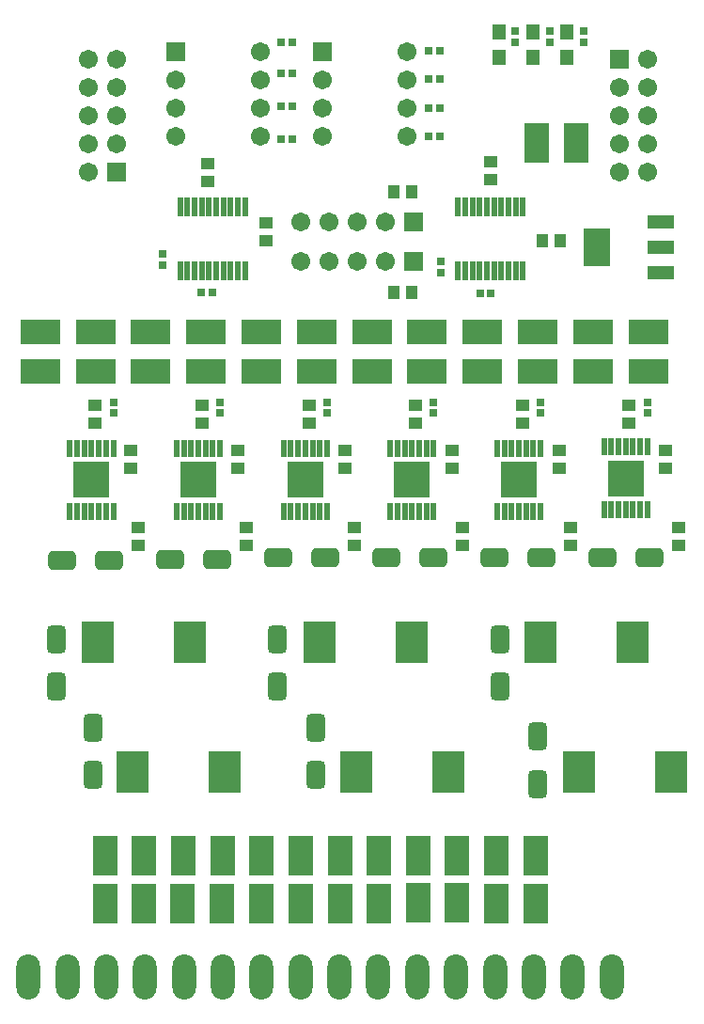
<source format=gts>
G04*
G04 #@! TF.GenerationSoftware,Altium Limited,Altium Designer,20.0.13 (296)*
G04*
G04 Layer_Color=8388736*
%FSLAX44Y44*%
%MOMM*%
G71*
G01*
G75*
%ADD32R,1.2032X1.0032*%
%ADD33R,0.8032X0.7032*%
%ADD34R,3.3020X3.2004*%
%ADD35R,0.5588X1.6256*%
G04:AMPARAMS|DCode=36|XSize=2.5332mm|YSize=1.7532mm|CornerRadius=0.4891mm|HoleSize=0mm|Usage=FLASHONLY|Rotation=180.000|XOffset=0mm|YOffset=0mm|HoleType=Round|Shape=RoundedRectangle|*
%AMROUNDEDRECTD36*
21,1,2.5332,0.7750,0,0,180.0*
21,1,1.5550,1.7532,0,0,180.0*
1,1,0.9782,-0.7775,0.3875*
1,1,0.9782,0.7775,0.3875*
1,1,0.9782,0.7775,-0.3875*
1,1,0.9782,-0.7775,-0.3875*
%
%ADD36ROUNDEDRECTD36*%
%ADD37R,3.6200X2.2700*%
%ADD38R,0.7032X0.8032*%
%ADD39R,1.0032X1.2032*%
%ADD40R,0.6132X1.7632*%
%ADD41R,1.2200X1.3700*%
%ADD42R,2.2700X3.6200*%
%ADD43R,2.3532X3.4532*%
%ADD44R,2.3532X1.1532*%
G04:AMPARAMS|DCode=45|XSize=2.5332mm|YSize=1.7532mm|CornerRadius=0.4891mm|HoleSize=0mm|Usage=FLASHONLY|Rotation=270.000|XOffset=0mm|YOffset=0mm|HoleType=Round|Shape=RoundedRectangle|*
%AMROUNDEDRECTD45*
21,1,2.5332,0.7750,0,0,270.0*
21,1,1.5550,1.7532,0,0,270.0*
1,1,0.9782,-0.3875,-0.7775*
1,1,0.9782,-0.3875,0.7775*
1,1,0.9782,0.3875,0.7775*
1,1,0.9782,0.3875,-0.7775*
%
%ADD45ROUNDEDRECTD45*%
%ADD46R,2.9032X3.8032*%
%ADD47C,1.7032*%
%ADD48R,1.7032X1.7032*%
%ADD49R,1.7032X1.7032*%
%ADD50O,2.1336X4.0640*%
D32*
X190250Y812250D02*
D03*
Y796250D02*
D03*
X127750Y484750D02*
D03*
Y468750D02*
D03*
X570250Y595000D02*
D03*
Y579000D02*
D03*
X603250Y538500D02*
D03*
Y554500D02*
D03*
X614750Y484750D02*
D03*
Y468750D02*
D03*
X121500Y538500D02*
D03*
Y554500D02*
D03*
X89250Y595000D02*
D03*
Y579000D02*
D03*
X445750Y814500D02*
D03*
Y798500D02*
D03*
X217850Y554500D02*
D03*
Y538500D02*
D03*
X314200Y554500D02*
D03*
Y538500D02*
D03*
X410550Y554500D02*
D03*
Y538500D02*
D03*
X506900Y554500D02*
D03*
Y538500D02*
D03*
X185450Y579000D02*
D03*
Y595000D02*
D03*
X281650Y579000D02*
D03*
Y595000D02*
D03*
X377850Y579000D02*
D03*
Y595000D02*
D03*
X474050Y579000D02*
D03*
Y595000D02*
D03*
X225150Y468750D02*
D03*
Y484750D02*
D03*
X322550Y468750D02*
D03*
Y484750D02*
D03*
X419950Y468750D02*
D03*
Y484750D02*
D03*
X517350Y468750D02*
D03*
Y484750D02*
D03*
X243500Y743250D02*
D03*
Y759250D02*
D03*
D33*
X586500Y598000D02*
D03*
Y588000D02*
D03*
X105500Y598000D02*
D03*
Y588000D02*
D03*
X150250Y731000D02*
D03*
Y721000D02*
D03*
X529250Y922100D02*
D03*
Y932100D02*
D03*
X498549Y922100D02*
D03*
Y932100D02*
D03*
X467848Y922100D02*
D03*
Y932100D02*
D03*
X400500Y724500D02*
D03*
Y714500D02*
D03*
X201700Y588000D02*
D03*
Y598000D02*
D03*
X297900Y588000D02*
D03*
Y598000D02*
D03*
X394100Y588000D02*
D03*
Y598000D02*
D03*
X490300Y588000D02*
D03*
Y598000D02*
D03*
D34*
X567058Y529198D02*
D03*
X85942Y527948D02*
D03*
X182165D02*
D03*
X278388D02*
D03*
X374612D02*
D03*
X470835D02*
D03*
D35*
X547500Y557646D02*
D03*
X554104D02*
D03*
X560454D02*
D03*
X567058D02*
D03*
X573662D02*
D03*
X580012D02*
D03*
X586616D02*
D03*
Y500750D02*
D03*
X580012D02*
D03*
X573662D02*
D03*
X567058D02*
D03*
X560454D02*
D03*
X554104D02*
D03*
X547500D02*
D03*
X66384Y556396D02*
D03*
X72988D02*
D03*
X79338D02*
D03*
X85942D02*
D03*
X92546D02*
D03*
X98896D02*
D03*
X105500D02*
D03*
Y499500D02*
D03*
X98896D02*
D03*
X92546D02*
D03*
X85942D02*
D03*
X79338D02*
D03*
X72988D02*
D03*
X66384D02*
D03*
X162607D02*
D03*
X169211D02*
D03*
X175561D02*
D03*
X182165D02*
D03*
X188769D02*
D03*
X195119D02*
D03*
X201723D02*
D03*
Y556396D02*
D03*
X195119D02*
D03*
X188769D02*
D03*
X182165D02*
D03*
X175561D02*
D03*
X169211D02*
D03*
X162607D02*
D03*
X258830Y499500D02*
D03*
X265434D02*
D03*
X271784D02*
D03*
X278388D02*
D03*
X284992D02*
D03*
X291342D02*
D03*
X297946D02*
D03*
Y556396D02*
D03*
X291342D02*
D03*
X284992D02*
D03*
X278388D02*
D03*
X271784D02*
D03*
X265434D02*
D03*
X258830D02*
D03*
X355053Y499500D02*
D03*
X361657D02*
D03*
X368008D02*
D03*
X374612D02*
D03*
X381216D02*
D03*
X387565D02*
D03*
X394170D02*
D03*
Y556396D02*
D03*
X387565D02*
D03*
X381216D02*
D03*
X374612D02*
D03*
X368008D02*
D03*
X361657D02*
D03*
X355053D02*
D03*
X451277Y499500D02*
D03*
X457881D02*
D03*
X464231D02*
D03*
X470835D02*
D03*
X477439D02*
D03*
X483789D02*
D03*
X490393D02*
D03*
Y556396D02*
D03*
X483789D02*
D03*
X477439D02*
D03*
X470835D02*
D03*
X464231D02*
D03*
X457881D02*
D03*
X451277D02*
D03*
D36*
X545900Y457750D02*
D03*
X588600D02*
D03*
X59400Y455500D02*
D03*
X102100D02*
D03*
X199400Y456250D02*
D03*
X156700D02*
D03*
X296700Y457750D02*
D03*
X254000D02*
D03*
X394000D02*
D03*
X351300D02*
D03*
X491300D02*
D03*
X448600D02*
D03*
D37*
X39750Y660750D02*
D03*
Y625750D02*
D03*
X587250Y660750D02*
D03*
Y625750D02*
D03*
X487705D02*
D03*
Y660750D02*
D03*
X338386Y625750D02*
D03*
Y660750D02*
D03*
X238841Y625750D02*
D03*
Y660750D02*
D03*
X139296Y625750D02*
D03*
Y660750D02*
D03*
X537477Y625750D02*
D03*
Y660750D02*
D03*
X437932Y625750D02*
D03*
Y660750D02*
D03*
X388159Y625750D02*
D03*
Y660750D02*
D03*
X288614Y625750D02*
D03*
Y660750D02*
D03*
X189068Y625750D02*
D03*
Y660750D02*
D03*
X89523Y625750D02*
D03*
Y660750D02*
D03*
D38*
X445750Y695750D02*
D03*
X435750D02*
D03*
X194750Y696750D02*
D03*
X184750D02*
D03*
X389750Y914500D02*
D03*
X399750D02*
D03*
X389750Y888750D02*
D03*
X399750D02*
D03*
X389750Y863000D02*
D03*
X399750D02*
D03*
X389750Y837250D02*
D03*
X399750D02*
D03*
X257000Y834500D02*
D03*
X267000D02*
D03*
X257000Y864000D02*
D03*
X267000D02*
D03*
X257000Y894250D02*
D03*
X267000D02*
D03*
X257000Y922250D02*
D03*
X267000D02*
D03*
D39*
X374000Y696500D02*
D03*
X358000D02*
D03*
Y787250D02*
D03*
X374000D02*
D03*
X492000Y743500D02*
D03*
X508000D02*
D03*
D40*
X165750Y774050D02*
D03*
X172250D02*
D03*
X178750D02*
D03*
X185250D02*
D03*
X191750D02*
D03*
X198250D02*
D03*
X204750D02*
D03*
X211250D02*
D03*
X217750D02*
D03*
X224250D02*
D03*
Y716450D02*
D03*
X217750D02*
D03*
X211250D02*
D03*
X204750D02*
D03*
X198250D02*
D03*
X191750D02*
D03*
X185250D02*
D03*
X178750D02*
D03*
X172250D02*
D03*
X165750D02*
D03*
X416000Y774050D02*
D03*
X422500D02*
D03*
X429000D02*
D03*
X435500D02*
D03*
X442000D02*
D03*
X448500D02*
D03*
X455000D02*
D03*
X461500D02*
D03*
X468000D02*
D03*
X474500D02*
D03*
Y716450D02*
D03*
X468000D02*
D03*
X461500D02*
D03*
X455000D02*
D03*
X448500D02*
D03*
X442000D02*
D03*
X435500D02*
D03*
X429000D02*
D03*
X422500D02*
D03*
X416000D02*
D03*
D41*
X514152Y908250D02*
D03*
Y931250D02*
D03*
X483451Y908250D02*
D03*
Y931250D02*
D03*
X452750Y908250D02*
D03*
Y931250D02*
D03*
D42*
X487250Y831250D02*
D03*
X522250D02*
D03*
X450750Y189250D02*
D03*
X485750D02*
D03*
X450750Y146750D02*
D03*
X485750D02*
D03*
X98250D02*
D03*
X133250D02*
D03*
X98250Y189250D02*
D03*
X133250D02*
D03*
X168000Y146750D02*
D03*
X203000D02*
D03*
X168750Y189250D02*
D03*
X203750D02*
D03*
X239250Y146750D02*
D03*
X274250D02*
D03*
X239250Y189250D02*
D03*
X274250D02*
D03*
X309750Y146750D02*
D03*
X344750D02*
D03*
X309750Y189250D02*
D03*
X344750D02*
D03*
X380250Y147000D02*
D03*
X415250D02*
D03*
X380250Y189250D02*
D03*
X415250D02*
D03*
D43*
X541000Y737250D02*
D03*
D44*
X599000Y760250D02*
D03*
Y737250D02*
D03*
Y714250D02*
D03*
D45*
X487750Y296735D02*
D03*
Y254035D02*
D03*
X287750Y304719D02*
D03*
Y262019D02*
D03*
X87000Y304719D02*
D03*
Y262019D02*
D03*
X54000Y384481D02*
D03*
Y341781D02*
D03*
X453500Y384481D02*
D03*
Y341781D02*
D03*
X253250Y384481D02*
D03*
Y341781D02*
D03*
D46*
X205750Y264750D02*
D03*
X122750D02*
D03*
X174750Y381750D02*
D03*
X91750D02*
D03*
X374000D02*
D03*
X291000D02*
D03*
X573250D02*
D03*
X490250D02*
D03*
X608250Y264750D02*
D03*
X525250D02*
D03*
X407000D02*
D03*
X324000D02*
D03*
D47*
X274200Y760000D02*
D03*
X299600D02*
D03*
X325000D02*
D03*
X350400D02*
D03*
X274450Y724500D02*
D03*
X299850D02*
D03*
X325250D02*
D03*
X350650D02*
D03*
X370350Y837150D02*
D03*
Y862550D02*
D03*
Y887950D02*
D03*
Y913350D02*
D03*
X294150Y837150D02*
D03*
Y862550D02*
D03*
Y887950D02*
D03*
X238350Y837150D02*
D03*
Y862550D02*
D03*
Y887950D02*
D03*
Y913350D02*
D03*
X162150Y837150D02*
D03*
Y862550D02*
D03*
Y887950D02*
D03*
X586750Y830850D02*
D03*
X561350D02*
D03*
X586750Y907050D02*
D03*
X561350Y881650D02*
D03*
X586750D02*
D03*
X561350Y856250D02*
D03*
X586750D02*
D03*
X561350Y805450D02*
D03*
X586750D02*
D03*
X83000Y881650D02*
D03*
X108400D02*
D03*
X83000Y805450D02*
D03*
X108400Y830850D02*
D03*
X83000D02*
D03*
X108400Y856250D02*
D03*
X83000D02*
D03*
X108400Y907050D02*
D03*
X83000D02*
D03*
D48*
X375800Y760000D02*
D03*
X376050Y724500D02*
D03*
X294150Y913350D02*
D03*
X162150D02*
D03*
D49*
X561350Y907050D02*
D03*
X108400Y805450D02*
D03*
D50*
X554250Y80250D02*
D03*
X519250D02*
D03*
X484250D02*
D03*
X449250D02*
D03*
X414250D02*
D03*
X379250D02*
D03*
X344250D02*
D03*
X309250D02*
D03*
X274250D02*
D03*
X239250D02*
D03*
X204250D02*
D03*
X169250D02*
D03*
X134250D02*
D03*
X99250D02*
D03*
X64250D02*
D03*
X29250D02*
D03*
M02*

</source>
